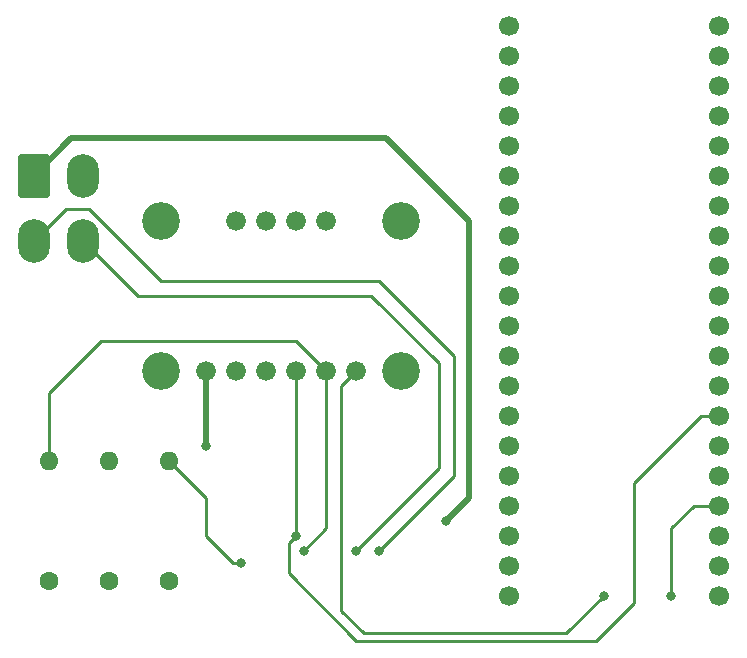
<source format=gbr>
%TF.GenerationSoftware,KiCad,Pcbnew,7.0.1*%
%TF.CreationDate,2023-05-07T00:29:04-04:00*%
%TF.ProjectId,integrated_joystick_dac,696e7465-6772-4617-9465-645f6a6f7973,rev?*%
%TF.SameCoordinates,Original*%
%TF.FileFunction,Copper,L2,Bot*%
%TF.FilePolarity,Positive*%
%FSLAX46Y46*%
G04 Gerber Fmt 4.6, Leading zero omitted, Abs format (unit mm)*
G04 Created by KiCad (PCBNEW 7.0.1) date 2023-05-07 00:29:04*
%MOMM*%
%LPD*%
G01*
G04 APERTURE LIST*
G04 Aperture macros list*
%AMRoundRect*
0 Rectangle with rounded corners*
0 $1 Rounding radius*
0 $2 $3 $4 $5 $6 $7 $8 $9 X,Y pos of 4 corners*
0 Add a 4 corners polygon primitive as box body*
4,1,4,$2,$3,$4,$5,$6,$7,$8,$9,$2,$3,0*
0 Add four circle primitives for the rounded corners*
1,1,$1+$1,$2,$3*
1,1,$1+$1,$4,$5*
1,1,$1+$1,$6,$7*
1,1,$1+$1,$8,$9*
0 Add four rect primitives between the rounded corners*
20,1,$1+$1,$2,$3,$4,$5,0*
20,1,$1+$1,$4,$5,$6,$7,0*
20,1,$1+$1,$6,$7,$8,$9,0*
20,1,$1+$1,$8,$9,$2,$3,0*%
G04 Aperture macros list end*
%TA.AperFunction,ComponentPad*%
%ADD10C,3.200000*%
%TD*%
%TA.AperFunction,ComponentPad*%
%ADD11C,1.676400*%
%TD*%
%TA.AperFunction,ComponentPad*%
%ADD12RoundRect,0.250001X-1.099999X-1.599999X1.099999X-1.599999X1.099999X1.599999X-1.099999X1.599999X0*%
%TD*%
%TA.AperFunction,ComponentPad*%
%ADD13O,2.700000X3.700000*%
%TD*%
%TA.AperFunction,ComponentPad*%
%ADD14O,1.600000X1.600000*%
%TD*%
%TA.AperFunction,ComponentPad*%
%ADD15C,1.600000*%
%TD*%
%TA.AperFunction,ComponentPad*%
%ADD16C,1.700000*%
%TD*%
%TA.AperFunction,ViaPad*%
%ADD17C,0.800000*%
%TD*%
%TA.AperFunction,Conductor*%
%ADD18C,0.500000*%
%TD*%
%TA.AperFunction,Conductor*%
%ADD19C,0.250000*%
%TD*%
G04 APERTURE END LIST*
D10*
%TO.P,U3,*%
%TO.N,*%
X144780000Y-55880000D03*
X144780000Y-68580000D03*
X165100000Y-55880000D03*
X165100000Y-68580000D03*
D11*
%TO.P,U3,0,CSM*%
%TO.N,unconnected-(U3-CSM-Pad0)*%
X151130000Y-55880000D03*
%TO.P,U3,1,CSA*%
%TO.N,unconnected-(U3-CSA-Pad1)*%
X153670000Y-55880000D03*
%TO.P,U3,2,IA1*%
%TO.N,unconnected-(U3-IA1-Pad2)*%
X156210000Y-55880000D03*
%TO.P,U3,3,IA2*%
%TO.N,unconnected-(U3-IA2-Pad3)*%
X158750000Y-55880000D03*
%TO.P,U3,4,VIN*%
%TO.N,/+3V3_2*%
X148590000Y-68580000D03*
%TO.P,U3,5,3V*%
%TO.N,unconnected-(U3-3V-Pad5)*%
X151130000Y-68580000D03*
%TO.P,U3,6,GND*%
%TO.N,GND*%
X153670000Y-68580000D03*
%TO.P,U3,7,SCL*%
%TO.N,/SCL*%
X156210000Y-68580000D03*
%TO.P,U3,8,SDA*%
%TO.N,/SDA*%
X158750000Y-68580000D03*
%TO.P,U3,9,INTM*%
%TO.N,/INTM*%
X161290000Y-68580000D03*
%TD*%
D12*
%TO.P,J1,1,Pin_1*%
%TO.N,/+3V3*%
X133985000Y-52070000D03*
D13*
%TO.P,J1,2,Pin_2*%
%TO.N,GND*%
X138185000Y-52070000D03*
%TO.P,J1,3,Pin_3*%
%TO.N,/JoystickX*%
X133985000Y-57570000D03*
%TO.P,J1,4,Pin_4*%
%TO.N,/JoystickY*%
X138185000Y-57570000D03*
%TD*%
D14*
%TO.P,R3,2*%
%TO.N,/RDY*%
X145415000Y-76200000D03*
D15*
%TO.P,R3,1*%
%TO.N,/+3V3_2*%
X145415000Y-86360000D03*
%TD*%
D14*
%TO.P,R2,2*%
%TO.N,/SCL*%
X140335000Y-76200000D03*
D15*
%TO.P,R2,1*%
%TO.N,/+3V3_2*%
X140335000Y-86360000D03*
%TD*%
D14*
%TO.P,R1,2*%
%TO.N,/SDA*%
X135255000Y-76200000D03*
D15*
%TO.P,R1,1*%
%TO.N,/+3V3_2*%
X135255000Y-86360000D03*
%TD*%
D16*
%TO.P,U1,40,VBUS*%
%TO.N,unconnected-(U1-VBUS-Pad40)*%
X174243000Y-87630000D03*
%TO.P,U1,39,VSYS*%
%TO.N,/+3V3*%
X174243000Y-85090000D03*
%TO.P,U1,38,GND*%
%TO.N,unconnected-(U1-GND-Pad38)*%
X174243000Y-82550000D03*
%TO.P,U1,37,3V3_EN*%
%TO.N,unconnected-(U1-3V3_EN-Pad37)*%
X174243000Y-80010000D03*
%TO.P,U1,36,3V3*%
%TO.N,/+3V3_2*%
X174243000Y-77470000D03*
%TO.P,U1,35,ADC_VREF*%
%TO.N,unconnected-(U1-ADC_VREF-Pad35)*%
X174243000Y-74930000D03*
%TO.P,U1,34,GP28/ADC2*%
%TO.N,unconnected-(U1-GP28{slash}ADC2-Pad34)*%
X174243000Y-72390000D03*
%TO.P,U1,33,GND*%
%TO.N,GND*%
X174243000Y-69850000D03*
%TO.P,U1,32,GP27/ADC1*%
%TO.N,unconnected-(U1-GP27{slash}ADC1-Pad32)*%
X174243000Y-67310000D03*
%TO.P,U1,31,GP26/ADC0*%
%TO.N,unconnected-(U1-GP26{slash}ADC0-Pad31)*%
X174243000Y-64770000D03*
%TO.P,U1,30,RUN*%
%TO.N,unconnected-(U1-RUN-Pad30)*%
X174243000Y-62230000D03*
%TO.P,U1,29,GP22*%
%TO.N,unconnected-(U1-GP22-Pad29)*%
X174243000Y-59690000D03*
%TO.P,U1,28,GND*%
%TO.N,unconnected-(U1-GND-Pad28)*%
X174243000Y-57150000D03*
%TO.P,U1,27,GP21*%
%TO.N,unconnected-(U1-GP21-Pad27)*%
X174243000Y-54610000D03*
%TO.P,U1,26,GP20*%
%TO.N,unconnected-(U1-GP20-Pad26)*%
X174243000Y-52070000D03*
%TO.P,U1,25,GP19*%
%TO.N,unconnected-(U1-GP19-Pad25)*%
X174243000Y-49530000D03*
%TO.P,U1,24,GP18*%
%TO.N,unconnected-(U1-GP18-Pad24)*%
X174243000Y-46990000D03*
%TO.P,U1,23,GND*%
%TO.N,unconnected-(U1-GND-Pad23)*%
X174243000Y-44450000D03*
%TO.P,U1,22,GP17*%
%TO.N,unconnected-(U1-GP17-Pad22)*%
X174243000Y-41910000D03*
%TO.P,U1,21,GP16*%
%TO.N,unconnected-(U1-GP16-Pad21)*%
X174243000Y-39370000D03*
%TO.P,U1,20,GP15*%
%TO.N,unconnected-(U1-GP15-Pad20)*%
X192023000Y-39370000D03*
%TO.P,U1,19,GP14*%
%TO.N,unconnected-(U1-GP14-Pad19)*%
X192023000Y-41910000D03*
%TO.P,U1,18,GND*%
%TO.N,unconnected-(U1-GND-Pad18)*%
X192023000Y-44450000D03*
%TO.P,U1,17,GP13*%
%TO.N,unconnected-(U1-GP13-Pad17)*%
X192023000Y-46990000D03*
%TO.P,U1,16,GP12*%
%TO.N,unconnected-(U1-GP12-Pad16)*%
X192023000Y-49530000D03*
%TO.P,U1,15,GP11*%
%TO.N,unconnected-(U1-GP11-Pad15)*%
X192023000Y-52070000D03*
%TO.P,U1,14,GP10*%
%TO.N,unconnected-(U1-GP10-Pad14)*%
X192023000Y-54610000D03*
%TO.P,U1,13,GND*%
%TO.N,unconnected-(U1-GND-Pad13)*%
X192023000Y-57150000D03*
%TO.P,U1,12,GP9*%
%TO.N,unconnected-(U1-GP9-Pad12)*%
X192023000Y-59690000D03*
%TO.P,U1,11,GP8*%
%TO.N,unconnected-(U1-GP8-Pad11)*%
X192023000Y-62230000D03*
%TO.P,U1,10,GP7*%
%TO.N,unconnected-(U1-GP7-Pad10)*%
X192023000Y-64770000D03*
%TO.P,U1,9,GP6*%
%TO.N,unconnected-(U1-GP6-Pad9)*%
X192023000Y-67310000D03*
%TO.P,U1,8,GND*%
%TO.N,unconnected-(U1-GND-Pad8)*%
X192023000Y-69850000D03*
%TO.P,U1,7,GP5*%
%TO.N,/SCL*%
X192023000Y-72390000D03*
%TO.P,U1,6,GP4*%
%TO.N,/SDA*%
X192023000Y-74930000D03*
%TO.P,U1,5,GP3*%
%TO.N,unconnected-(U1-GP3-Pad5)*%
X192023000Y-77470000D03*
%TO.P,U1,4,GP2*%
%TO.N,/INTM*%
X192023000Y-80010000D03*
%TO.P,U1,3,GND*%
%TO.N,unconnected-(U1-GND-Pad3)*%
X192023000Y-82550000D03*
%TO.P,U1,2,GP1*%
%TO.N,/RDY*%
X192023000Y-85090000D03*
%TO.P,U1,1,GP0*%
%TO.N,/LDAC*%
X192023000Y-87630000D03*
%TD*%
D17*
%TO.N,/INTM*%
X182245000Y-87630000D03*
X187960000Y-87630000D03*
%TO.N,/+3V3*%
X168910000Y-81280000D03*
%TO.N,/JoystickX*%
X163195000Y-83820000D03*
%TO.N,/JoystickY*%
X161290000Y-83820000D03*
%TO.N,/SDA*%
X156845000Y-83820000D03*
%TO.N,/SCL*%
X156210000Y-82550000D03*
%TO.N,/+3V3_2*%
X148590000Y-74930000D03*
%TO.N,/RDY*%
X151511000Y-84836000D03*
%TD*%
D18*
%TO.N,/+3V3*%
X168910000Y-81280000D02*
X170815000Y-79375000D01*
X170815000Y-79375000D02*
X170815000Y-55880000D01*
X170815000Y-55880000D02*
X163830000Y-48895000D01*
X163830000Y-48895000D02*
X137160000Y-48895000D01*
X137160000Y-48895000D02*
X133985000Y-52070000D01*
D19*
%TO.N,/JoystickY*%
X138185000Y-57570000D02*
X142845000Y-62230000D01*
X142845000Y-62230000D02*
X162560000Y-62230000D01*
X162560000Y-62230000D02*
X168275000Y-67945000D01*
X168275000Y-67945000D02*
X168275000Y-76835000D01*
X168275000Y-76835000D02*
X161290000Y-83820000D01*
%TO.N,/JoystickX*%
X133985000Y-57570000D02*
X136691000Y-54864000D01*
X169545000Y-77470000D02*
X163195000Y-83820000D01*
X136691000Y-54864000D02*
X138684000Y-54864000D01*
X138684000Y-54864000D02*
X144780000Y-60960000D01*
X144780000Y-60960000D02*
X163195000Y-60960000D01*
X163195000Y-60960000D02*
X169545000Y-67310000D01*
X169545000Y-67310000D02*
X169545000Y-77470000D01*
%TO.N,/RDY*%
X151511000Y-84836000D02*
X150876000Y-84836000D01*
X148590000Y-82550000D02*
X148590000Y-79375000D01*
X150876000Y-84836000D02*
X148590000Y-82550000D01*
X148590000Y-79375000D02*
X145415000Y-76200000D01*
%TO.N,/SDA*%
X158750000Y-68580000D02*
X156210000Y-66040000D01*
X156210000Y-66040000D02*
X139700000Y-66040000D01*
X139700000Y-66040000D02*
X135255000Y-70485000D01*
X135255000Y-70485000D02*
X135255000Y-76200000D01*
%TO.N,/INTM*%
X192023000Y-80010000D02*
X189865000Y-80010000D01*
X189865000Y-80010000D02*
X187960000Y-81915000D01*
X187960000Y-81915000D02*
X187960000Y-87630000D01*
%TO.N,/SCL*%
X184785000Y-88265000D02*
X181610000Y-91440000D01*
X184785000Y-78105000D02*
X184785000Y-88265000D01*
X190500000Y-72390000D02*
X184785000Y-78105000D01*
X192023000Y-72390000D02*
X190500000Y-72390000D01*
X155575000Y-85725000D02*
X155575000Y-83185000D01*
X181610000Y-91440000D02*
X161290000Y-91440000D01*
X161290000Y-91440000D02*
X155575000Y-85725000D01*
X155575000Y-83185000D02*
X156210000Y-82550000D01*
D18*
%TO.N,/+3V3_2*%
X148590000Y-68580000D02*
X148590000Y-74930000D01*
D19*
%TO.N,/INTM*%
X161290000Y-68580000D02*
X160020000Y-69850000D01*
X160020000Y-69850000D02*
X160020000Y-88900000D01*
X160020000Y-88900000D02*
X161925000Y-90805000D01*
X161925000Y-90805000D02*
X179070000Y-90805000D01*
X179070000Y-90805000D02*
X182245000Y-87630000D01*
%TO.N,/SDA*%
X156845000Y-83820000D02*
X158750000Y-81915000D01*
X158750000Y-81915000D02*
X158750000Y-68580000D01*
%TO.N,/SCL*%
X156210000Y-82550000D02*
X156210000Y-68580000D01*
%TD*%
M02*

</source>
